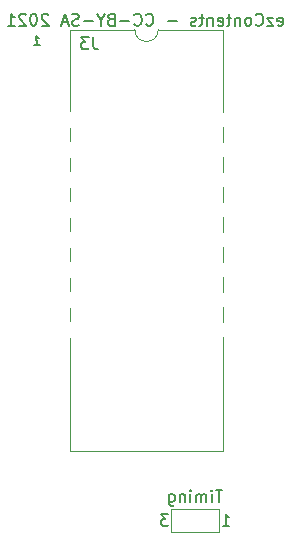
<source format=gbo>
G04 #@! TF.GenerationSoftware,KiCad,Pcbnew,(5.1.9)-1*
G04 #@! TF.CreationDate,2023-07-11T19:38:37+01:00*
G04 #@! TF.ProjectId,ezPLA,657a504c-412e-46b6-9963-61645f706362,v2.0*
G04 #@! TF.SameCoordinates,Original*
G04 #@! TF.FileFunction,Legend,Bot*
G04 #@! TF.FilePolarity,Positive*
%FSLAX46Y46*%
G04 Gerber Fmt 4.6, Leading zero omitted, Abs format (unit mm)*
G04 Created by KiCad (PCBNEW (5.1.9)-1) date 2023-07-11 19:38:37*
%MOMM*%
%LPD*%
G01*
G04 APERTURE LIST*
%ADD10C,0.150000*%
%ADD11C,0.120000*%
%ADD12O,1.600000X1.600000*%
%ADD13R,1.600000X1.600000*%
%ADD14O,1.700000X1.700000*%
%ADD15R,1.700000X1.700000*%
%ADD16C,1.422400*%
%ADD17R,1.422400X1.422400*%
%ADD18C,1.600000*%
%ADD19R,1.000000X1.500000*%
G04 APERTURE END LIST*
D10*
X154283333Y-140277380D02*
X153711904Y-140277380D01*
X153997619Y-141277380D02*
X153997619Y-140277380D01*
X153378571Y-141277380D02*
X153378571Y-140610714D01*
X153378571Y-140277380D02*
X153426190Y-140325000D01*
X153378571Y-140372619D01*
X153330952Y-140325000D01*
X153378571Y-140277380D01*
X153378571Y-140372619D01*
X152902380Y-141277380D02*
X152902380Y-140610714D01*
X152902380Y-140705952D02*
X152854761Y-140658333D01*
X152759523Y-140610714D01*
X152616666Y-140610714D01*
X152521428Y-140658333D01*
X152473809Y-140753571D01*
X152473809Y-141277380D01*
X152473809Y-140753571D02*
X152426190Y-140658333D01*
X152330952Y-140610714D01*
X152188095Y-140610714D01*
X152092857Y-140658333D01*
X152045238Y-140753571D01*
X152045238Y-141277380D01*
X151569047Y-141277380D02*
X151569047Y-140610714D01*
X151569047Y-140277380D02*
X151616666Y-140325000D01*
X151569047Y-140372619D01*
X151521428Y-140325000D01*
X151569047Y-140277380D01*
X151569047Y-140372619D01*
X151092857Y-140610714D02*
X151092857Y-141277380D01*
X151092857Y-140705952D02*
X151045238Y-140658333D01*
X150950000Y-140610714D01*
X150807142Y-140610714D01*
X150711904Y-140658333D01*
X150664285Y-140753571D01*
X150664285Y-141277380D01*
X149759523Y-140610714D02*
X149759523Y-141420238D01*
X149807142Y-141515476D01*
X149854761Y-141563095D01*
X149950000Y-141610714D01*
X150092857Y-141610714D01*
X150188095Y-141563095D01*
X149759523Y-141229761D02*
X149854761Y-141277380D01*
X150045238Y-141277380D01*
X150140476Y-141229761D01*
X150188095Y-141182142D01*
X150235714Y-141086904D01*
X150235714Y-140801190D01*
X150188095Y-140705952D01*
X150140476Y-140658333D01*
X150045238Y-140610714D01*
X149854761Y-140610714D01*
X149759523Y-140658333D01*
X138353854Y-102611904D02*
X138810997Y-102611904D01*
X138582425Y-102611904D02*
X138482425Y-101811904D01*
X138572901Y-101926190D01*
X138658616Y-102002380D01*
X138739568Y-102040476D01*
X158964285Y-100904761D02*
X159059523Y-100952380D01*
X159250000Y-100952380D01*
X159345238Y-100904761D01*
X159392857Y-100809523D01*
X159392857Y-100428571D01*
X159345238Y-100333333D01*
X159250000Y-100285714D01*
X159059523Y-100285714D01*
X158964285Y-100333333D01*
X158916666Y-100428571D01*
X158916666Y-100523809D01*
X159392857Y-100619047D01*
X158583333Y-100285714D02*
X158059523Y-100285714D01*
X158583333Y-100952380D01*
X158059523Y-100952380D01*
X157107142Y-100857142D02*
X157154761Y-100904761D01*
X157297619Y-100952380D01*
X157392857Y-100952380D01*
X157535714Y-100904761D01*
X157630952Y-100809523D01*
X157678571Y-100714285D01*
X157726190Y-100523809D01*
X157726190Y-100380952D01*
X157678571Y-100190476D01*
X157630952Y-100095238D01*
X157535714Y-100000000D01*
X157392857Y-99952380D01*
X157297619Y-99952380D01*
X157154761Y-100000000D01*
X157107142Y-100047619D01*
X156535714Y-100952380D02*
X156630952Y-100904761D01*
X156678571Y-100857142D01*
X156726190Y-100761904D01*
X156726190Y-100476190D01*
X156678571Y-100380952D01*
X156630952Y-100333333D01*
X156535714Y-100285714D01*
X156392857Y-100285714D01*
X156297619Y-100333333D01*
X156250000Y-100380952D01*
X156202380Y-100476190D01*
X156202380Y-100761904D01*
X156250000Y-100857142D01*
X156297619Y-100904761D01*
X156392857Y-100952380D01*
X156535714Y-100952380D01*
X155773809Y-100285714D02*
X155773809Y-100952380D01*
X155773809Y-100380952D02*
X155726190Y-100333333D01*
X155630952Y-100285714D01*
X155488095Y-100285714D01*
X155392857Y-100333333D01*
X155345238Y-100428571D01*
X155345238Y-100952380D01*
X155011904Y-100285714D02*
X154630952Y-100285714D01*
X154869047Y-99952380D02*
X154869047Y-100809523D01*
X154821428Y-100904761D01*
X154726190Y-100952380D01*
X154630952Y-100952380D01*
X153916666Y-100904761D02*
X154011904Y-100952380D01*
X154202380Y-100952380D01*
X154297619Y-100904761D01*
X154345238Y-100809523D01*
X154345238Y-100428571D01*
X154297619Y-100333333D01*
X154202380Y-100285714D01*
X154011904Y-100285714D01*
X153916666Y-100333333D01*
X153869047Y-100428571D01*
X153869047Y-100523809D01*
X154345238Y-100619047D01*
X153440476Y-100285714D02*
X153440476Y-100952380D01*
X153440476Y-100380952D02*
X153392857Y-100333333D01*
X153297619Y-100285714D01*
X153154761Y-100285714D01*
X153059523Y-100333333D01*
X153011904Y-100428571D01*
X153011904Y-100952380D01*
X152678571Y-100285714D02*
X152297619Y-100285714D01*
X152535714Y-99952380D02*
X152535714Y-100809523D01*
X152488095Y-100904761D01*
X152392857Y-100952380D01*
X152297619Y-100952380D01*
X152011904Y-100904761D02*
X151916666Y-100952380D01*
X151726190Y-100952380D01*
X151630952Y-100904761D01*
X151583333Y-100809523D01*
X151583333Y-100761904D01*
X151630952Y-100666666D01*
X151726190Y-100619047D01*
X151869047Y-100619047D01*
X151964285Y-100571428D01*
X152011904Y-100476190D01*
X152011904Y-100428571D01*
X151964285Y-100333333D01*
X151869047Y-100285714D01*
X151726190Y-100285714D01*
X151630952Y-100333333D01*
X150392857Y-100571428D02*
X149630952Y-100571428D01*
X147821428Y-100857142D02*
X147869047Y-100904761D01*
X148011904Y-100952380D01*
X148107142Y-100952380D01*
X148250000Y-100904761D01*
X148345238Y-100809523D01*
X148392857Y-100714285D01*
X148440476Y-100523809D01*
X148440476Y-100380952D01*
X148392857Y-100190476D01*
X148345238Y-100095238D01*
X148250000Y-100000000D01*
X148107142Y-99952380D01*
X148011904Y-99952380D01*
X147869047Y-100000000D01*
X147821428Y-100047619D01*
X146821428Y-100857142D02*
X146869047Y-100904761D01*
X147011904Y-100952380D01*
X147107142Y-100952380D01*
X147250000Y-100904761D01*
X147345238Y-100809523D01*
X147392857Y-100714285D01*
X147440476Y-100523809D01*
X147440476Y-100380952D01*
X147392857Y-100190476D01*
X147345238Y-100095238D01*
X147250000Y-100000000D01*
X147107142Y-99952380D01*
X147011904Y-99952380D01*
X146869047Y-100000000D01*
X146821428Y-100047619D01*
X146392857Y-100571428D02*
X145630952Y-100571428D01*
X144821428Y-100428571D02*
X144678571Y-100476190D01*
X144630952Y-100523809D01*
X144583333Y-100619047D01*
X144583333Y-100761904D01*
X144630952Y-100857142D01*
X144678571Y-100904761D01*
X144773809Y-100952380D01*
X145154761Y-100952380D01*
X145154761Y-99952380D01*
X144821428Y-99952380D01*
X144726190Y-100000000D01*
X144678571Y-100047619D01*
X144630952Y-100142857D01*
X144630952Y-100238095D01*
X144678571Y-100333333D01*
X144726190Y-100380952D01*
X144821428Y-100428571D01*
X145154761Y-100428571D01*
X143964285Y-100476190D02*
X143964285Y-100952380D01*
X144297619Y-99952380D02*
X143964285Y-100476190D01*
X143630952Y-99952380D01*
X143297619Y-100571428D02*
X142535714Y-100571428D01*
X142107142Y-100904761D02*
X141964285Y-100952380D01*
X141726190Y-100952380D01*
X141630952Y-100904761D01*
X141583333Y-100857142D01*
X141535714Y-100761904D01*
X141535714Y-100666666D01*
X141583333Y-100571428D01*
X141630952Y-100523809D01*
X141726190Y-100476190D01*
X141916666Y-100428571D01*
X142011904Y-100380952D01*
X142059523Y-100333333D01*
X142107142Y-100238095D01*
X142107142Y-100142857D01*
X142059523Y-100047619D01*
X142011904Y-100000000D01*
X141916666Y-99952380D01*
X141678571Y-99952380D01*
X141535714Y-100000000D01*
X141154761Y-100666666D02*
X140678571Y-100666666D01*
X141250000Y-100952380D02*
X140916666Y-99952380D01*
X140583333Y-100952380D01*
X139535714Y-100047619D02*
X139488095Y-100000000D01*
X139392857Y-99952380D01*
X139154761Y-99952380D01*
X139059523Y-100000000D01*
X139011904Y-100047619D01*
X138964285Y-100142857D01*
X138964285Y-100238095D01*
X139011904Y-100380952D01*
X139583333Y-100952380D01*
X138964285Y-100952380D01*
X138345238Y-99952380D02*
X138250000Y-99952380D01*
X138154761Y-100000000D01*
X138107142Y-100047619D01*
X138059523Y-100142857D01*
X138011904Y-100333333D01*
X138011904Y-100571428D01*
X138059523Y-100761904D01*
X138107142Y-100857142D01*
X138154761Y-100904761D01*
X138250000Y-100952380D01*
X138345238Y-100952380D01*
X138440476Y-100904761D01*
X138488095Y-100857142D01*
X138535714Y-100761904D01*
X138583333Y-100571428D01*
X138583333Y-100333333D01*
X138535714Y-100142857D01*
X138488095Y-100047619D01*
X138440476Y-100000000D01*
X138345238Y-99952380D01*
X137630952Y-100047619D02*
X137583333Y-100000000D01*
X137488095Y-99952380D01*
X137250000Y-99952380D01*
X137154761Y-100000000D01*
X137107142Y-100047619D01*
X137059523Y-100142857D01*
X137059523Y-100238095D01*
X137107142Y-100380952D01*
X137678571Y-100952380D01*
X137059523Y-100952380D01*
X136107142Y-100952380D02*
X136678571Y-100952380D01*
X136392857Y-100952380D02*
X136392857Y-99952380D01*
X136488095Y-100095238D01*
X136583333Y-100190476D01*
X136678571Y-100238095D01*
D11*
X146847600Y-101287000D02*
X141387600Y-101287000D01*
X141387600Y-101287000D02*
X141387600Y-136967000D01*
X141387600Y-136967000D02*
X154307600Y-136967000D01*
X154307600Y-136967000D02*
X154307600Y-101287000D01*
X154307600Y-101287000D02*
X148847600Y-101287000D01*
X148847600Y-101287000D02*
G75*
G02*
X146847600Y-101287000I-1000000J0D01*
G01*
X154025000Y-141850000D02*
X149925000Y-141850000D01*
X149925000Y-141850000D02*
X149925000Y-143850000D01*
X149925000Y-143850000D02*
X154025000Y-143850000D01*
X154025000Y-143850000D02*
X154025000Y-141850000D01*
D10*
X143333333Y-101952380D02*
X143333333Y-102666666D01*
X143380952Y-102809523D01*
X143476190Y-102904761D01*
X143619047Y-102952380D01*
X143714285Y-102952380D01*
X142952380Y-101952380D02*
X142333333Y-101952380D01*
X142666666Y-102333333D01*
X142523809Y-102333333D01*
X142428571Y-102380952D01*
X142380952Y-102428571D01*
X142333333Y-102523809D01*
X142333333Y-102761904D01*
X142380952Y-102857142D01*
X142428571Y-102904761D01*
X142523809Y-102952380D01*
X142809523Y-102952380D01*
X142904761Y-102904761D01*
X142952380Y-102857142D01*
X149708333Y-142302380D02*
X149089285Y-142302380D01*
X149422619Y-142683333D01*
X149279761Y-142683333D01*
X149184523Y-142730952D01*
X149136904Y-142778571D01*
X149089285Y-142873809D01*
X149089285Y-143111904D01*
X149136904Y-143207142D01*
X149184523Y-143254761D01*
X149279761Y-143302380D01*
X149565476Y-143302380D01*
X149660714Y-143254761D01*
X149708333Y-143207142D01*
X154289285Y-143302380D02*
X154860714Y-143302380D01*
X154575000Y-143302380D02*
X154575000Y-142302380D01*
X154670238Y-142445238D01*
X154765476Y-142540476D01*
X154860714Y-142588095D01*
%LPC*%
D12*
X155467600Y-102617000D03*
X140227600Y-135637000D03*
X155467600Y-105157000D03*
X140227600Y-133097000D03*
X155467600Y-107697000D03*
X140227600Y-130557000D03*
X155467600Y-110237000D03*
X140227600Y-128017000D03*
X155467600Y-112777000D03*
X140227600Y-125477000D03*
X155467600Y-115317000D03*
X140227600Y-122937000D03*
X155467600Y-117857000D03*
X140227600Y-120397000D03*
X155467600Y-120397000D03*
X140227600Y-117857000D03*
X155467600Y-122937000D03*
X140227600Y-115317000D03*
X155467600Y-125477000D03*
X140227600Y-112777000D03*
X155467600Y-128017000D03*
X140227600Y-110237000D03*
X155467600Y-130557000D03*
X140227600Y-107697000D03*
X155467600Y-133097000D03*
X140227600Y-105157000D03*
X155467600Y-135637000D03*
D13*
X140227600Y-102617000D03*
D14*
X149000000Y-103000000D03*
D15*
X146460000Y-103000000D03*
D16*
X156620000Y-111500000D03*
X156620000Y-114040000D03*
X156620000Y-116580000D03*
X156620000Y-119120000D03*
X156620000Y-121660000D03*
X154080000Y-108960000D03*
X154080000Y-114040000D03*
X154080000Y-116580000D03*
X154080000Y-119120000D03*
X154080000Y-121660000D03*
X154080000Y-124200000D03*
X154080000Y-126740000D03*
X151540000Y-126740000D03*
X149000000Y-126740000D03*
X146460000Y-126740000D03*
X143920000Y-126740000D03*
X141380000Y-126740000D03*
X156620000Y-124200000D03*
X151540000Y-124200000D03*
X149000000Y-124200000D03*
X146460000Y-124200000D03*
X143920000Y-124200000D03*
X141380000Y-124200000D03*
X138840000Y-124200000D03*
X138840000Y-121660000D03*
X138840000Y-119120000D03*
X138840000Y-116580000D03*
X138840000Y-114040000D03*
X138840000Y-111500000D03*
X141380000Y-121660000D03*
X141380000Y-119120000D03*
X141380000Y-116580000D03*
X141380000Y-114040000D03*
X141380000Y-111500000D03*
X151540000Y-108960000D03*
X149000000Y-108960000D03*
X141380000Y-108960000D03*
X143920000Y-108960000D03*
X146460000Y-108960000D03*
X154080000Y-111500000D03*
X151540000Y-111500000D03*
X143920000Y-111500000D03*
X146460000Y-111500000D03*
D17*
X149000000Y-111500000D03*
D15*
X142710000Y-135540000D03*
D14*
X142710000Y-133000000D03*
X145250000Y-135540000D03*
X145250000Y-133000000D03*
X147790000Y-135540000D03*
X147790000Y-133000000D03*
X150330000Y-135540000D03*
X150330000Y-133000000D03*
X152870000Y-135540000D03*
X152870000Y-133000000D03*
D18*
X138575000Y-146575000D03*
D12*
X138575000Y-138955000D03*
D19*
X150675000Y-142850000D03*
X151975000Y-142850000D03*
X153275000Y-142850000D03*
D13*
X142675000Y-146525000D03*
D12*
X157915000Y-138905000D03*
X145215000Y-146525000D03*
X155375000Y-138905000D03*
X147755000Y-146525000D03*
X152835000Y-138905000D03*
X150295000Y-146525000D03*
X150295000Y-138905000D03*
X152835000Y-146525000D03*
X147755000Y-138905000D03*
X155375000Y-146525000D03*
X145215000Y-138905000D03*
X157915000Y-146525000D03*
X142675000Y-138905000D03*
M02*

</source>
